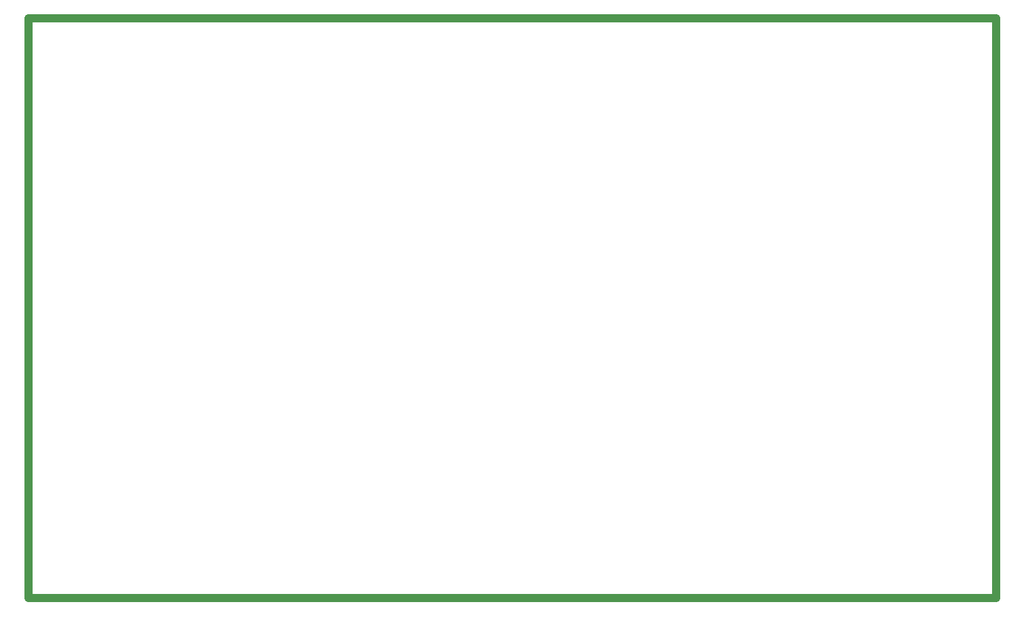
<source format=gm1>
G04 #@! TF.GenerationSoftware,KiCad,Pcbnew,7.0.6*
G04 #@! TF.CreationDate,2023-10-13T18:47:00+03:00*
G04 #@! TF.ProjectId,colorimeter-2,636f6c6f-7269-46d6-9574-65722d322e6b,rev?*
G04 #@! TF.SameCoordinates,Original*
G04 #@! TF.FileFunction,Profile,NP*
%FSLAX46Y46*%
G04 Gerber Fmt 4.6, Leading zero omitted, Abs format (unit mm)*
G04 Created by KiCad (PCBNEW 7.0.6) date 2023-10-13 18:47:00*
%MOMM*%
%LPD*%
G01*
G04 APERTURE LIST*
G04 #@! TA.AperFunction,Profile*
%ADD10C,1.000000*%
G04 #@! TD*
G04 APERTURE END LIST*
D10*
X31115000Y-46360000D02*
X151760000Y-46360000D01*
X151760000Y-118745000D01*
X31115000Y-118745000D01*
X31115000Y-46360000D01*
M02*

</source>
